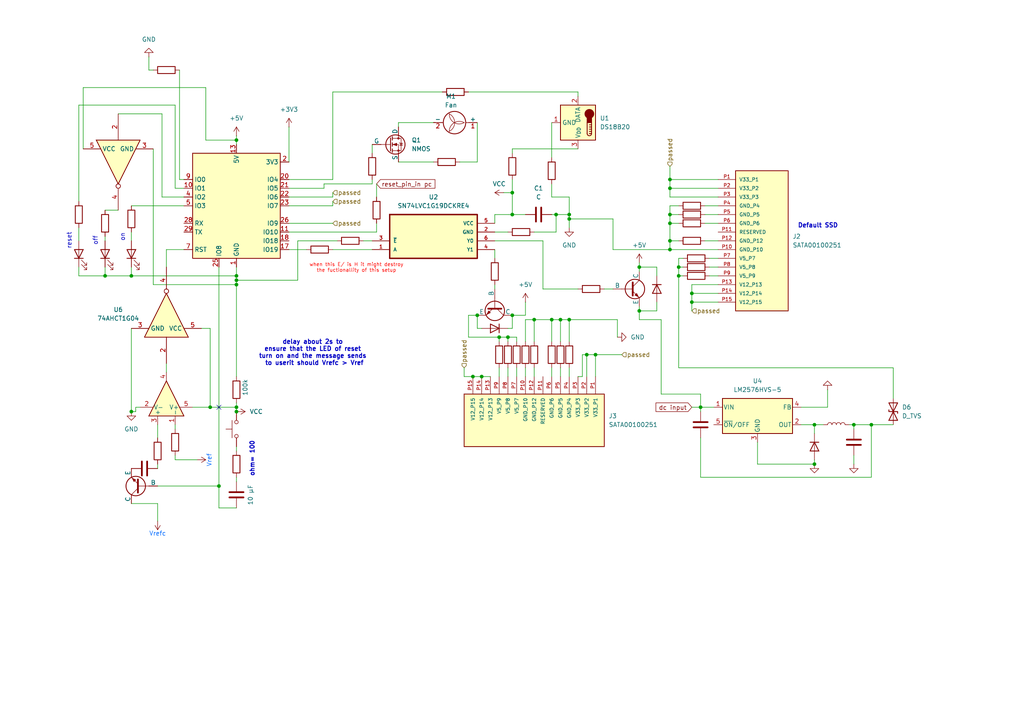
<source format=kicad_sch>
(kicad_sch (version 20250114) (generator "eeschema") (generator_version "9.0")
  (paper "A4")
  (lib_symbols
    (symbol "74xGxx:74AHCT1G04"
      (property "Reference" "U" (at -2.54 3.81 0))
      (property "Value" "74AHCT1G04" (at 0 -3.81 0))
      (symbol "74AHCT1G04_0_1"
        (polyline (pts (xy -7.62 6.35) (xy -7.62 -6.35) (xy 5.08 0) (xy -7.62 6.35)) (stroke (width 0.254)) (fill (type background)))
      )
      (symbol "74AHCT1G04_1_1"
        (pin input line (at -15.24 0 0) (length 7.62) (name "~") (number "2"))
        (pin power_in line (at -5.08 10.16 270) (length 5.08) (name "VCC") (number "5"))
        (pin power_in line (at -5.08 -10.16 90) (length 5.08) (name "GND") (number "3"))
        (pin output inverted (at 12.7 0 180) (length 7.62) (name "~") (number "4"))
      )
    )
    (symbol "Comparator:LM397" (pin_names (offset 0.127))
      (symbol "LM397_0_1"
        (polyline (pts (xy -5.08 5.08) (xy 5.08 0) (xy -5.08 -5.08) (xy -5.08 5.08)) (stroke (width 0.254)) (fill (type background)))
      )
      (symbol "LM397_1_1"
        (pin input line (at -7.62 2.54 0) (length 2.54) (name "+") (number "3"))
        (pin input line (at -7.62 -2.54 0) (length 2.54) (name "-") (number "1"))
        (pin power_in line (at -2.54 7.62 270) (length 3.81) (name "V-") (number "2"))
        (pin power_in line (at -2.54 -7.62 90) (length 3.81) (name "V+") (number "5"))
        (pin open_collector line (at 7.62 0 180) (length 2.54) (name "~") (number "4"))
      )
    )
    (symbol "DS18B20_1"
      (property "Reference" "U5" (at -6.35 -1.2701 0))
      (property "Value" "DS18B20" (at -6.35 1.2699 0))
      (symbol "DS18B20_1_0_1"
        (rectangle (start -5.08 5.08) (end 5.08 -5.08) (stroke (width 0.254)) (fill (type background)))
        (polyline (pts (xy -3.937 3.175) (xy -3.937 0)) (stroke (width 0.254)))
        (polyline (pts (xy -3.937 3.175) (xy -3.302 3.175)) (stroke (width 0.254)))
        (polyline (pts (xy -3.937 2.54) (xy -3.302 2.54)) (stroke (width 0.254)))
        (polyline (pts (xy -3.937 1.905) (xy -3.302 1.905)) (stroke (width 0.254)))
        (polyline (pts (xy -3.937 1.27) (xy -3.302 1.27)) (stroke (width 0.254)))
        (polyline (pts (xy -3.937 0.635) (xy -3.302 0.635)) (stroke (width 0.254)))
        (arc (start -3.937 3.175) (mid -3.302 3.8073) (end -2.667 3.175) (stroke (width 0.254)))
        (circle (center -3.302 -2.54) (radius 1.27) (stroke (width 0.254)) (fill (type outline)))
        (polyline (pts (xy -2.667 3.175) (xy -2.667 0)) (stroke (width 0.254)))
        (rectangle (start -2.667 -1.905) (end -3.937 0) (stroke (width 0.254)) (fill (type outline)))
      )
      (symbol "DS18B20_1_1_1"
        (pin power_in line (at 0 7.62 270) (length 2.54) (name "V_{DD}") (number "3"))
        (pin bidirectional line (at 0 -7.62 90) (length 2.54) (name "DATA") (number "2"))
        (pin power_in line (at 7.62 0 180) (length 2.54) (name "GND") (number "1"))
      )
    )
    (symbol "Device:C" (pin_numbers (hide yes)) (pin_names (offset 0.254))
      (property "Reference" "C" (at 0.635 2.54 0))
      (property "Value" "C" (at 0.635 -2.54 0))
      (symbol "C_0_1"
        (polyline (pts (xy -2.032 0.762) (xy 2.032 0.762)) (stroke (width 0.508)))
        (polyline (pts (xy -2.032 -0.762) (xy 2.032 -0.762)) (stroke (width 0.508)))
      )
      (symbol "C_1_1"
        (pin passive line (at 0 3.81 270) (length 2.794) (name "~") (number "1"))
        (pin passive line (at 0 -3.81 90) (length 2.794) (name "~") (number "2"))
      )
    )
    (symbol "Device:D" (pin_numbers (hide yes)) (pin_names (offset 1.016) (hide yes))
      (property "Reference" "D" (at 0 2.54 0))
      (property "Value" "D" (at 0 -2.54 0))
      (symbol "D_0_1"
        (polyline (pts (xy -1.27 1.27) (xy -1.27 -1.27)) (stroke (width 0.254)))
        (polyline (pts (xy 1.27 1.27) (xy 1.27 -1.27) (xy -1.27 0) (xy 1.27 1.27)) (stroke (width 0.254)))
        (polyline (pts (xy 1.27 0) (xy -1.27 0)))
      )
      (symbol "D_1_1"
        (pin passive line (at -3.81 0 0) (length 2.54) (name "K") (number "1"))
        (pin passive line (at 3.81 0 180) (length 2.54) (name "A") (number "2"))
      )
    )
    (symbol "Device:D_TVS" (pin_numbers (hide yes)) (pin_names (offset 1.016) (hide yes))
      (property "Reference" "D" (at 0 2.54 0))
      (property "Value" "D_TVS" (at 0 -2.54 0))
      (symbol "D_TVS_0_1"
        (polyline (pts (xy -2.54 1.27) (xy -2.54 -1.27) (xy 2.54 1.27) (xy 2.54 -1.27) (xy -2.54 1.27)) (stroke (width 0.254)))
        (polyline (pts (xy 0.508 1.27) (xy 0 1.27) (xy 0 -1.27) (xy -0.508 -1.27)) (stroke (width 0.254)))
        (polyline (pts (xy 1.27 0) (xy -1.27 0)))
      )
      (symbol "D_TVS_1_1"
        (pin passive line (at -3.81 0 0) (length 2.54) (name "A1") (number "1"))
        (pin passive line (at 3.81 0 180) (length 2.54) (name "A2") (number "2"))
      )
    )
    (symbol "Device:L" (pin_numbers (hide yes)) (pin_names (offset 1.016) (hide yes))
      (property "Reference" "L" (at -1.27 0 90))
      (property "Value" "L" (at 1.905 0 90))
      (symbol "L_0_1"
        (arc (start 0 2.54) (mid 0.6323 1.905) (end 0 1.27))
        (arc (start 0 1.27) (mid 0.6323 0.635) (end 0 0))
        (arc (start 0 0) (mid 0.6323 -0.635) (end 0 -1.27))
        (arc (start 0 -1.27) (mid 0.6323 -1.905) (end 0 -2.54))
      )
      (symbol "L_1_1"
        (pin passive line (at 0 3.81 270) (length 1.27) (name "1") (number "1"))
        (pin passive line (at 0 -3.81 90) (length 1.27) (name "2") (number "2"))
      )
    )
    (symbol "Device:LED" (pin_numbers (hide yes)) (pin_names (offset 1.016) (hide yes))
      (property "Reference" "D" (at 0 2.54 0))
      (property "Value" "LED" (at 0 -2.54 0))
      (symbol "LED_0_1"
        (polyline (pts (xy -3.048 -0.762) (xy -4.572 -2.286) (xy -3.81 -2.286) (xy -4.572 -2.286) (xy -4.572 -1.524)))
        (polyline (pts (xy -1.778 -0.762) (xy -3.302 -2.286) (xy -2.54 -2.286) (xy -3.302 -2.286) (xy -3.302 -1.524)))
        (polyline (pts (xy -1.27 0) (xy 1.27 0)))
        (polyline (pts (xy -1.27 -1.27) (xy -1.27 1.27)) (stroke (width 0.254)))
        (polyline (pts (xy 1.27 -1.27) (xy 1.27 1.27) (xy -1.27 0) (xy 1.27 -1.27)) (stroke (width 0.254)))
      )
      (symbol "LED_1_1"
        (pin passive line (at -3.81 0 0) (length 2.54) (name "K") (number "1"))
        (pin passive line (at 3.81 0 180) (length 2.54) (name "A") (number "2"))
      )
    )
    (symbol "Device:R" (pin_numbers (hide yes)) (pin_names (offset 0))
      (property "Reference" "R" (at 2.032 0 90))
      (property "Value" "R" (at 0 0 90))
      (symbol "R_0_1"
        (rectangle (start -1.016 -2.54) (end 1.016 2.54) (stroke (width 0.254)))
      )
      (symbol "R_1_1"
        (pin passive line (at 0 3.81 270) (length 1.27) (name "~") (number "1"))
        (pin passive line (at 0 -3.81 90) (length 1.27) (name "~") (number "2"))
      )
    )
    (symbol "Diode:1N4148WT" (pin_numbers (hide yes)) (pin_names (hide yes))
      (property "Reference" "D" (at 0 2.54 0))
      (property "Value" "1N4148WT" (at 0 -2.54 0))
      (symbol "1N4148WT_0_1"
        (polyline (pts (xy -1.27 1.27) (xy -1.27 -1.27)) (stroke (width 0.254)))
        (polyline (pts (xy 1.27 1.27) (xy 1.27 -1.27) (xy -1.27 0) (xy 1.27 1.27)) (stroke (width 0.254)))
        (polyline (pts (xy 1.27 0) (xy -1.27 0)))
      )
      (symbol "1N4148WT_1_1"
        (pin passive line (at -3.81 0 0) (length 2.54) (name "K") (number "1"))
        (pin passive line (at 3.81 0 180) (length 2.54) (name "A") (number "2"))
      )
    )
    (symbol "Motor:Fan" (pin_names (offset 0))
      (property "Reference" "M" (at 2.54 5.08 0))
      (property "Value" "Fan" (at 2.54 -2.54 0))
      (symbol "Fan_0_1"
        (arc (start 0 3.81) (mid -0.0015 0.9048) (end -2.54 -0.508))
        (polyline (pts (xy 0 4.572) (xy 0 5.08)))
        (polyline (pts (xy 0 4.2672) (xy 0 4.6228)))
        (circle (center 0 1.016) (radius 3.2512) (stroke (width 0.254)))
        (arc (start -2.54 -0.508) (mid 0 1.0618) (end 2.54 -0.508))
        (polyline (pts (xy 0 -2.2352) (xy 0 -2.6416)))
        (polyline (pts (xy 0 -5.08) (xy 0 -4.572)))
        (arc (start 2.54 -0.508) (mid 0.047 0.9315) (end 0 3.81))
      )
      (symbol "Fan_1_1"
        (pin passive line (at 0 7.62 270) (length 2.54) (name "+") (number "1"))
        (pin passive line (at 0 -5.08 90) (length 2.54) (name "-") (number "2"))
      )
    )
    (symbol "RF_Module:ESP32-C3-DevKitM-1"
      (symbol "ESP32-C3-DevKitM-1_1_1"
        (rectangle (start -12.7 15.24) (end 12.7 -15.24) (stroke (width 0.254)) (fill (type background)))
        (pin bidirectional line (at -15.24 7.62 0) (length 2.54) (name "IO0") (number "9"))
        (pin bidirectional line (at -15.24 5.08 0) (length 2.54) (name "IO1") (number "10"))
        (pin bidirectional line (at -15.24 2.54 0) (length 2.54) (name "IO2") (number "4"))
        (pin bidirectional line (at -15.24 0 0) (length 2.54) (name "IO3") (number "5"))
        (pin input line (at -15.24 -5.08 0) (length 2.54) (name "RX") (number "28"))
        (pin output line (at -15.24 -7.62 0) (length 2.54) (name "TX") (number "29"))
        (pin input line (at -15.24 -12.7 0) (length 2.54) (name "RST") (number "7"))
        (pin bidirectional line (at -5.08 -17.78 90) (length 2.54) (name "IO8") (number "25"))
        (pin passive line (at 0 17.78 270) (length 2.54) (name "5V") (number "13"))
        (pin passive line (at 0 17.78 270) (length 2.54) (hide yes) (name "5V") (number "14"))
        (pin power_in line (at 0 -17.78 90) (length 2.54) (name "GND") (number "1"))
        (pin passive line (at 0 -17.78 90) (length 2.54) (hide yes) (name "GND") (number "12"))
        (pin passive line (at 0 -17.78 90) (length 2.54) (hide yes) (name "GND") (number "15"))
        (pin passive line (at 0 -17.78 90) (length 2.54) (hide yes) (name "GND") (number "16"))
        (pin passive line (at 0 -17.78 90) (length 2.54) (hide yes) (name "GND") (number "19"))
        (pin passive line (at 0 -17.78 90) (length 2.54) (hide yes) (name "GND") (number "24"))
        (pin passive line (at 0 -17.78 90) (length 2.54) (hide yes) (name "GND") (number "27"))
        (pin passive line (at 0 -17.78 90) (length 2.54) (hide yes) (name "GND") (number "30"))
        (pin passive line (at 0 -17.78 90) (length 2.54) (hide yes) (name "GND") (number "6"))
        (pin passive line (at 0 -17.78 90) (length 2.54) (hide yes) (name "GND") (number "8"))
        (pin power_out line (at 15.24 12.7 180) (length 2.54) (name "3V3") (number "2"))
        (pin passive line (at 15.24 12.7 180) (length 2.54) (hide yes) (name "3V3") (number "3"))
        (pin bidirectional line (at 15.24 7.62 180) (length 2.54) (name "IO4") (number "20"))
        (pin bidirectional line (at 15.24 5.08 180) (length 2.54) (name "IO5") (number "21"))
        (pin bidirectional line (at 15.24 2.54 180) (length 2.54) (name "IO6") (number "22"))
        (pin bidirectional line (at 15.24 0 180) (length 2.54) (name "IO7") (number "23"))
        (pin bidirectional line (at 15.24 -5.08 180) (length 2.54) (name "IO9") (number "26"))
        (pin bidirectional line (at 15.24 -7.62 180) (length 2.54) (name "IO10") (number "11"))
        (pin bidirectional line (at 15.24 -10.16 180) (length 2.54) (name "IO18") (number "18"))
        (pin bidirectional line (at 15.24 -12.7 180) (length 2.54) (name "IO19") (number "17"))
      )
    )
    (symbol "Regulator_Switching:LM2576HVS-5" (pin_names (offset 0.254))
      (property "Reference" "U" (at -10.16 6.35 0))
      (property "Value" "LM2576HVS-5" (at 0 6.35 0))
      (symbol "LM2576HVS-5_0_1"
        (rectangle (start -10.16 5.08) (end 10.16 -5.08) (stroke (width 0.254)) (fill (type background)))
      )
      (symbol "LM2576HVS-5_1_1"
        (pin power_in line (at -12.7 2.54 0) (length 2.54) (name "VIN") (number "1"))
        (pin input line (at -12.7 -2.54 0) (length 2.54) (name "~{ON}/OFF") (number "5"))
        (pin power_in line (at 0 -7.62 90) (length 2.54) (name "GND") (number "3"))
        (pin input line (at 12.7 2.54 180) (length 2.54) (name "FB") (number "4"))
        (pin output line (at 12.7 -2.54 180) (length 2.54) (name "OUT") (number "2"))
      )
    )
    (symbol "SATA00100251_1" (pin_names (offset 1.016))
      (property "Reference" "J1" (at 8.89 1.2701 0))
      (property "Value" "SATA00100251" (at 8.89 -1.2699 0))
      (symbol "SATA00100251_1_0_0"
        (rectangle (start -7.62 10.16) (end 7.62 -30.48) (stroke (width 0.254)) (fill (type background)))
        (pin power_in line (at -12.7 7.62 0) (length 5.08) (name "V33_P1") (number "P1"))
        (pin power_in line (at -12.7 5.08 0) (length 5.08) (name "V33_P2") (number "P2"))
        (pin power_in line (at -12.7 2.54 0) (length 5.08) (name "V33_P3") (number "P3"))
        (pin power_in line (at -12.7 0 0) (length 5.08) (name "GND_P4") (number "P4"))
        (pin power_in line (at -12.7 -2.54 0) (length 5.08) (name "GND_P5") (number "P5"))
        (pin power_in line (at -12.7 -5.08 0) (length 5.08) (name "GND_P6") (number "P6"))
        (pin passive line (at -12.7 -7.62 0) (length 5.08) (name "RESERVED") (number "P11"))
        (pin power_in line (at -12.7 -10.16 0) (length 5.08) (name "GND_P12") (number "P12"))
        (pin power_in line (at -12.7 -12.7 0) (length 5.08) (name "GND_P10") (number "P10"))
        (pin power_in line (at -12.7 -15.24 0) (length 5.08) (name "V5_P7") (number "P7"))
        (pin power_in line (at -12.7 -17.78 0) (length 5.08) (name "V5_P8") (number "P8"))
        (pin power_in line (at -12.7 -20.32 0) (length 5.08) (name "V5_P9") (number "P9"))
        (pin power_in line (at -12.7 -22.86 0) (length 5.08) (name "V12_P13") (number "P13"))
        (pin power_in line (at -12.7 -25.4 0) (length 5.08) (name "V12_P14") (number "P14"))
        (pin power_in line (at -12.7 -27.94 0) (length 5.08) (name "V12_P15") (number "P15"))
      )
    )
    (symbol "SN74LVC1G19DCKRE4_1" (pin_names (offset 1.016))
      (property "Reference" "U1" (at 0 15.24 0))
      (property "Value" "SN74LVC1G19DCKRE4" (at 0 12.7 0))
      (symbol "SN74LVC1G19DCKRE4_1_0_0"
        (rectangle (start -12.7 10.16) (end 12.7 -2.54) (stroke (width 0.41)) (fill (type background)))
        (pin input line (at -17.78 2.54 0) (length 5.08) (name "~{E}") (number "3"))
        (pin input line (at -17.78 0 0) (length 5.08) (name "A") (number "1"))
        (pin power_in line (at 17.78 7.62 180) (length 5.08) (name "VCC") (number "5"))
        (pin power_in line (at 17.78 5.08 180) (length 5.08) (name "GND") (number "2"))
        (pin output line (at 17.78 2.54 180) (length 5.08) (name "Y0") (number "6"))
        (pin output line (at 17.78 0 180) (length 5.08) (name "Y1") (number "4"))
      )
    )
    (symbol "Simulation_SPICE:NMOS" (pin_numbers (hide yes)) (pin_names (offset 0))
      (property "Reference" "Q" (at 5.08 1.27 0))
      (property "Value" "NMOS" (at 5.08 -1.27 0))
      (symbol "NMOS_0_1"
        (polyline (pts (xy 0.254 1.905) (xy 0.254 -1.905)) (stroke (width 0.254)))
        (polyline (pts (xy 0.254 0) (xy -2.54 0)))
        (polyline (pts (xy 0.762 2.286) (xy 0.762 1.27)) (stroke (width 0.254)))
        (polyline (pts (xy 0.762 0.508) (xy 0.762 -0.508)) (stroke (width 0.254)))
        (polyline (pts (xy 0.762 -1.27) (xy 0.762 -2.286)) (stroke (width 0.254)))
        (polyline (pts (xy 0.762 -1.778) (xy 3.302 -1.778) (xy 3.302 1.778) (xy 0.762 1.778)))
        (polyline (pts (xy 1.016 0) (xy 2.032 0.381) (xy 2.032 -0.381) (xy 1.016 0)) (fill (type outline)))
        (circle (center 1.651 0) (radius 2.794) (stroke (width 0.254)))
        (polyline (pts (xy 2.54 2.54) (xy 2.54 1.778)))
        (circle (center 2.54 1.778) (radius 0.254) (fill (type outline)))
        (circle (center 2.54 -1.778) (radius 0.254) (fill (type outline)))
        (polyline (pts (xy 2.54 -2.54) (xy 2.54 0) (xy 0.762 0)))
        (polyline (pts (xy 2.794 0.508) (xy 2.921 0.381) (xy 3.683 0.381) (xy 3.81 0.254)))
        (polyline (pts (xy 3.302 0.381) (xy 2.921 -0.254) (xy 3.683 -0.254) (xy 3.302 0.381)))
      )
      (symbol "NMOS_1_1"
        (pin input line (at -5.08 0 0) (length 2.54) (name "G") (number "2"))
        (pin passive line (at 2.54 5.08 270) (length 2.54) (name "D") (number "1"))
        (pin passive line (at 2.54 -5.08 90) (length 2.54) (name "S") (number "3"))
      )
    )
    (symbol "Simulation_SPICE:NPN" (pin_numbers (hide yes)) (pin_names (offset 0))
      (property "Reference" "Q" (at -2.54 7.62 0))
      (property "Value" "NPN" (at -2.54 5.08 0))
      (symbol "NPN_0_1"
        (polyline (pts (xy -2.54 0) (xy 0.635 0)) (stroke (width 0.1524)))
        (polyline (pts (xy 0.635 1.905) (xy 0.635 -1.905) (xy 0.635 -1.905)) (stroke (width 0.508)))
        (polyline (pts (xy 0.635 0.635) (xy 2.54 2.54)))
        (polyline (pts (xy 0.635 -0.635) (xy 2.54 -2.54) (xy 2.54 -2.54)))
        (circle (center 1.27 0) (radius 2.8194) (stroke (width 0.254)))
        (polyline (pts (xy 1.27 -1.778) (xy 1.778 -1.27) (xy 2.286 -2.286) (xy 1.27 -1.778) (xy 1.27 -1.778)) (fill (type outline)))
        (polyline (pts (xy 2.794 -1.27) (xy 2.794 -1.27)) (stroke (width 0.1524)))
        (polyline (pts (xy 2.794 -1.27) (xy 2.794 -1.27)) (stroke (width 0.1524)))
      )
      (symbol "NPN_1_1"
        (pin input line (at -5.08 0 0) (length 2.54) (name "B") (number "2"))
        (pin open_collector line (at 2.54 5.08 270) (length 2.54) (name "C") (number "1"))
        (pin open_emitter line (at 2.54 -5.08 90) (length 2.54) (name "E") (number "3"))
      )
    )
    (symbol "Switch:SW_Push" (pin_numbers (hide yes)) (pin_names (offset 1.016) (hide yes))
      (property "Reference" "SW" (at 1.27 2.54 0))
      (property "Value" "SW_Push" (at 0 -1.524 0))
      (symbol "SW_Push_0_1"
        (circle (center -2.032 0) (radius 0.508))
        (polyline (pts (xy 0 1.27) (xy 0 3.048)))
        (circle (center 2.032 0) (radius 0.508))
        (polyline (pts (xy 2.54 1.27) (xy -2.54 1.27)))
        (pin passive line (at -5.08 0 0) (length 2.54) (name "1") (number "1"))
        (pin passive line (at 5.08 0 180) (length 2.54) (name "2") (number "2"))
      )
    )
    (symbol "VCC_1" (power) (pin_numbers (hide yes)) (pin_names (offset 0) (hide yes))
      (symbol "VCC_1_0_1"
        (polyline (pts (xy -0.762 1.27) (xy 0 2.54)))
        (polyline (pts (xy 0 2.54) (xy 0.762 1.27)))
        (polyline (pts (xy 0 0) (xy 0 2.54)))
      )
      (symbol "VCC_1_1_1"
        (text "Vref" (at 0 3.556 0) (effects (font (size 1.27 1.27))))
        (pin power_in line (at 0 0 90) (length 0) (name "~") (number "1"))
      )
    )
    (symbol "VCC_2" (power) (pin_numbers (hide yes)) (pin_names (offset 0) (hide yes))
      (symbol "VCC_2_0_1"
        (polyline (pts (xy -0.762 1.27) (xy 0 2.54)))
        (polyline (pts (xy 0 2.54) (xy 0.762 1.27)))
        (polyline (pts (xy 0 0) (xy 0 2.54)))
      )
      (symbol "VCC_2_1_1"
        (text "Vrefc\n" (at 0 3.556 0) (effects (font (size 1.27 1.27))))
        (pin power_in line (at 0 0 90) (length 0) (name "~") (number "1"))
      )
    )
    (symbol "power:+3V3" (power) (pin_numbers (hide yes)) (pin_names (offset 0) (hide yes))
      (property "Value" "+3V3" (at 0 3.556 0))
      (symbol "+3V3_0_1"
        (polyline (pts (xy -0.762 1.27) (xy 0 2.54)))
        (polyline (pts (xy 0 2.54) (xy 0.762 1.27)))
        (polyline (pts (xy 0 0) (xy 0 2.54)))
      )
      (symbol "+3V3_1_1"
        (pin power_in line (at 0 0 90) (length 0) (name "~") (number "1"))
      )
    )
    (symbol "power:+5V" (power) (pin_numbers (hide yes)) (pin_names (offset 0) (hide yes))
      (property "Value" "+5V" (at 0 3.556 0))
      (symbol "+5V_0_1"
        (polyline (pts (xy -0.762 1.27) (xy 0 2.54)))
        (polyline (pts (xy 0 2.54) (xy 0.762 1.27)))
        (polyline (pts (xy 0 0) (xy 0 2.54)))
      )
      (symbol "+5V_1_1"
        (pin power_in line (at 0 0 90) (length 0) (name "~") (number "1"))
      )
    )
    (symbol "power:GND" (power) (pin_numbers (hide yes)) (pin_names (offset 0) (hide yes))
      (property "Value" "GND" (at 0 -3.81 0))
      (symbol "GND_0_1"
        (polyline (pts (xy 0 0) (xy 0 -1.27) (xy 1.27 -1.27) (xy 0 -2.54) (xy -1.27 -1.27) (xy 0 -1.27)))
      )
      (symbol "GND_1_1"
        (pin power_in line (at 0 0 270) (length 0) (name "~") (number "1"))
      )
    )
    (symbol "power:VCC" (power) (pin_numbers (hide yes)) (pin_names (offset 0) (hide yes))
      (property "Value" "VCC" (at 0 3.556 0))
      (symbol "VCC_0_1"
        (polyline (pts (xy -0.762 1.27) (xy 0 2.54)))
        (polyline (pts (xy 0 2.54) (xy 0.762 1.27)))
        (polyline (pts (xy 0 0) (xy 0 2.54)))
      )
      (symbol "VCC_1_1"
        (pin power_in line (at 0 0 90) (length 0) (name "~") (number "1"))
      )
    )
  )
  (text "off\n" (at 27.686 69.85 90) (effects (font (size 1.27 1.27))))
  (text "delay about 2s to \nensure that the LED of reset \nturn on and the message sends \nto userit should Vrefc > Vref\n" (at 91.186 102.362 0) (effects (font (size 1.27 1.27) (thickness 0.254) (bold yes))))
  (text "ohm= 100" (at 73.152 133.096 90) (effects (font (size 1.27 1.27) (thickness 0.254) (bold yes))))
  (text "on" (at 35.56 68.834 90) (effects (font (size 1.27 1.27))))
  (text "Default SSD" (at 237.236 65.532 0) (effects (font (size 1.27 1.27) (thickness 0.254) (bold yes))))
  (text "when this E/ is H it might destroy\nthe fuctionallity of this setup" (at 103.378 77.724 0) (effects (font (size 1.016 1.016) (thickness 0.127))))
  (text "reset" (at 20.066 69.85 90) (effects (font (size 1.27 1.27))))
  (junction (at 30.48 80.01))
  (junction (at 144.78 97.79))
  (junction (at 165.1 62.23))
  (junction (at 236.22 123.19))
  (junction (at 68.58 40.64))
  (junction (at 200.66 85.09))
  (junction (at 185.42 77.47))
  (junction (at 162.56 92.71))
  (junction (at 196.85 77.47))
  (junction (at 252.73 123.19))
  (junction (at 148.59 91.44))
  (junction (at 236.22 134.62))
  (junction (at 38.1 119.38))
  (junction (at 194.31 72.39))
  (junction (at 60.96 118.11))
  (junction (at 196.85 80.01))
  (junction (at 138.43 91.44))
  (junction (at 137.16 109.22))
  (junction (at 194.31 64.77))
  (junction (at 160.02 92.71))
  (junction (at 170.18 102.87))
  (junction (at 200.66 87.63))
  (junction (at 247.65 123.19))
  (junction (at 148.59 62.23))
  (junction (at 194.31 62.23))
  (junction (at 68.58 82.55))
  (junction (at 148.59 55.88))
  (junction (at 154.94 92.71))
  (junction (at 185.42 90.17))
  (junction (at 38.1 80.01))
  (junction (at 68.58 118.11))
  (junction (at 172.72 102.87))
  (junction (at 68.58 119.38))
  (junction (at 68.58 80.01))
  (junction (at 194.31 52.07))
  (junction (at 165.1 92.71))
  (junction (at 194.31 54.61))
  (junction (at 147.32 97.79))
  (junction (at 161.29 62.23))
  (junction (at 203.2 118.11))
  (junction (at 194.31 69.85))
  (junction (at 139.7 109.22))
  (junction (at 63.5 140.97))
  (junction (at 165.1 63.5))
  (junction (at 68.58 81.28))
  (no_connect (at 63.5 118.11))
  (wire (pts (xy 45.72 127) (xy 45.72 123.19)))
  (wire (pts (xy 109.22 53.34) (xy 109.22 57.15)))
  (wire (pts (xy 154.94 67.31) (xy 161.29 67.31)))
  (wire (pts (xy 148.59 43.18) (xy 148.59 44.45)))
  (wire (pts (xy 105.41 69.85) (xy 107.95 69.85)))
  (wire (pts (xy 157.48 69.85) (xy 157.48 83.82)))
  (wire (pts (xy 63.5 140.97) (xy 63.5 147.32)))
  (wire (pts (xy 194.31 59.69) (xy 194.31 62.23)))
  (wire (pts (xy 194.31 59.69) (xy 196.85 59.69)))
  (wire (pts (xy 148.59 91.44) (xy 152.4 91.44)))
  (wire (pts (xy 46.99 33.02) (xy 34.29 33.02)))
  (wire (pts (xy 143.51 67.31) (xy 147.32 67.31)))
  (wire (pts (xy 185.42 90.17) (xy 185.42 88.9)))
  (wire (pts (xy 168.91 109.22) (xy 168.91 102.87)))
  (wire (pts (xy 147.32 106.68) (xy 147.32 109.22)))
  (wire (pts (xy 134.62 109.22) (xy 134.62 106.68)))
  (wire (pts (xy 48.26 72.39) (xy 48.26 77.47)))
  (wire (pts (xy 144.78 97.79) (xy 147.32 97.79)))
  (wire (pts (xy 165.1 62.23) (xy 165.1 63.5)))
  (wire (pts (xy 191.77 92.71) (xy 191.77 114.3)))
  (wire (pts (xy 194.31 64.77) (xy 196.85 64.77)))
  (wire (pts (xy 190.5 87.63) (xy 190.5 90.17)))
  (wire (pts (xy 38.1 80.01) (xy 68.58 80.01)))
  (wire (pts (xy 38.1 69.85) (xy 38.1 67.31)))
  (wire (pts (xy 59.69 25.4) (xy 59.69 40.64)))
  (wire (pts (xy 55.88 118.11) (xy 60.96 118.11)))
  (wire (pts (xy 205.74 74.93) (xy 208.28 74.93)))
  (wire (pts (xy 208.28 82.55) (xy 200.66 82.55)))
  (wire (pts (xy 194.31 72.39) (xy 177.8 72.39)))
  (wire (pts (xy 147.32 97.79) (xy 147.32 99.06)))
  (wire (pts (xy 38.1 119.38) (xy 39.37 119.38)))
  (wire (pts (xy 93.98 53.34) (xy 107.95 53.34)))
  (wire (pts (xy 194.31 72.39) (xy 208.28 72.39)))
  (wire (pts (xy 68.58 147.32) (xy 63.5 147.32)))
  (wire (pts (xy 149.86 106.68) (xy 149.86 109.22)))
  (wire (pts (xy 68.58 81.28) (xy 68.58 80.01)))
  (wire (pts (xy 68.58 39.37) (xy 68.58 40.64)))
  (wire (pts (xy 147.32 95.25) (xy 148.59 95.25)))
  (wire (pts (xy 68.58 118.11) (xy 68.58 119.38)))
  (wire (pts (xy 144.78 97.79) (xy 144.78 99.06)))
  (wire (pts (xy 63.5 77.47) (xy 63.5 140.97)))
  (wire (pts (xy 162.56 92.71) (xy 165.1 92.71)))
  (wire (pts (xy 44.45 43.18) (xy 44.45 82.55)))
  (wire (pts (xy 148.59 62.23) (xy 152.4 62.23)))
  (wire (pts (xy 135.89 91.44) (xy 135.89 97.79)))
  (wire (pts (xy 152.4 92.71) (xy 154.94 92.71)))
  (wire (pts (xy 196.85 80.01) (xy 198.12 80.01)))
  (wire (pts (xy 22.86 77.47) (xy 22.86 80.01)))
  (wire (pts (xy 179.07 92.71) (xy 179.07 97.79)))
  (wire (pts (xy 203.2 114.3) (xy 203.2 118.11)))
  (wire (pts (xy 185.42 92.71) (xy 191.77 92.71)))
  (wire (pts (xy 139.7 109.22) (xy 137.16 109.22)))
  (wire (pts (xy 50.8 30.48) (xy 22.86 30.48)))
  (wire (pts (xy 252.73 123.19) (xy 259.08 123.19)))
  (wire (pts (xy 45.72 140.97) (xy 63.5 140.97)))
  (wire (pts (xy 96.52 26.67) (xy 96.52 52.07)))
  (wire (pts (xy 160.02 99.06) (xy 160.02 92.71)))
  (wire (pts (xy 38.1 77.47) (xy 38.1 80.01)))
  (wire (pts (xy 30.48 68.58) (xy 30.48 69.85)))
  (wire (pts (xy 38.1 146.05) (xy 45.72 146.05)))
  (wire (pts (xy 207.01 118.11) (xy 203.2 118.11)))
  (wire (pts (xy 115.57 46.99) (xy 125.73 46.99)))
  (wire (pts (xy 142.24 109.22) (xy 139.7 109.22)))
  (wire (pts (xy 135.89 97.79) (xy 144.78 97.79)))
  (wire (pts (xy 165.1 106.68) (xy 165.1 109.22)))
  (wire (pts (xy 93.98 54.61) (xy 93.98 53.34)))
  (wire (pts (xy 107.95 53.34) (xy 107.95 52.07)))
  (wire (pts (xy 50.8 133.35) (xy 50.8 132.08)))
  (wire (pts (xy 247.65 123.19) (xy 246.38 123.19)))
  (wire (pts (xy 50.8 133.35) (xy 57.15 133.35)))
  (wire (pts (xy 68.58 139.7) (xy 68.58 138.43)))
  (wire (pts (xy 83.82 54.61) (xy 93.98 54.61)))
  (wire (pts (xy 160.02 57.15) (xy 165.1 57.15)))
  (wire (pts (xy 240.03 113.03) (xy 240.03 118.11)))
  (wire (pts (xy 200.66 87.63) (xy 200.66 90.17)))
  (wire (pts (xy 109.22 67.31) (xy 109.22 64.77)))
  (wire (pts (xy 236.22 123.19) (xy 238.76 123.19)))
  (wire (pts (xy 200.66 82.55) (xy 200.66 85.09)))
  (wire (pts (xy 96.52 59.69) (xy 96.52 58.42)))
  (wire (pts (xy 96.52 57.15) (xy 96.52 55.88)))
  (wire (pts (xy 185.42 92.71) (xy 185.42 90.17)))
  (wire (pts (xy 137.16 109.22) (xy 134.62 109.22)))
  (wire (pts (xy 52.07 52.07) (xy 53.34 52.07)))
  (wire (pts (xy 144.78 106.68) (xy 144.78 109.22)))
  (wire (pts (xy 60.96 95.25) (xy 60.96 118.11)))
  (wire (pts (xy 194.31 54.61) (xy 194.31 52.07)))
  (wire (pts (xy 196.85 77.47) (xy 196.85 80.01)))
  (wire (pts (xy 196.85 74.93) (xy 198.12 74.93)))
  (wire (pts (xy 167.64 43.18) (xy 148.59 43.18)))
  (wire (pts (xy 162.56 106.68) (xy 162.56 109.22)))
  (wire (pts (xy 194.31 57.15) (xy 194.31 54.61)))
  (wire (pts (xy 152.4 106.68) (xy 152.4 109.22)))
  (wire (pts (xy 203.2 118.11) (xy 203.2 119.38)))
  (wire (pts (xy 172.72 109.22) (xy 172.72 102.87)))
  (wire (pts (xy 185.42 76.2) (xy 185.42 77.47)))
  (wire (pts (xy 190.5 80.01) (xy 190.5 77.47)))
  (wire (pts (xy 167.64 109.22) (xy 168.91 109.22)))
  (wire (pts (xy 161.29 62.23) (xy 161.29 67.31)))
  (wire (pts (xy 68.58 40.64) (xy 68.58 41.91)))
  (wire (pts (xy 194.31 52.07) (xy 208.28 52.07)))
  (wire (pts (xy 185.42 90.17) (xy 190.5 90.17)))
  (wire (pts (xy 38.1 59.69) (xy 53.34 59.69)))
  (wire (pts (xy 46.99 57.15) (xy 46.99 33.02)))
  (wire (pts (xy 168.91 102.87) (xy 170.18 102.87)))
  (wire (pts (xy 22.86 80.01) (xy 30.48 80.01)))
  (wire (pts (xy 175.26 83.82) (xy 177.8 83.82)))
  (wire (pts (xy 43.18 20.32) (xy 43.18 16.51)))
  (wire (pts (xy 194.31 62.23) (xy 196.85 62.23)))
  (wire (pts (xy 22.86 30.48) (xy 22.86 58.42)))
  (wire (pts (xy 177.8 72.39) (xy 177.8 63.5)))
  (wire (pts (xy 53.34 54.61) (xy 50.8 54.61)))
  (wire (pts (xy 97.79 69.85) (xy 86.36 69.85)))
  (wire (pts (xy 240.03 118.11) (xy 232.41 118.11)))
  (wire (pts (xy 68.58 81.28) (xy 86.36 81.28)))
  (wire (pts (xy 147.32 97.79) (xy 149.86 97.79)))
  (wire (pts (xy 160.02 35.56) (xy 160.02 45.72)))
  (wire (pts (xy 53.34 57.15) (xy 46.99 57.15)))
  (wire (pts (xy 200.66 85.09) (xy 208.28 85.09)))
  (wire (pts (xy 194.31 72.39) (xy 194.31 69.85)))
  (wire (pts (xy 236.22 125.73) (xy 236.22 123.19)))
  (wire (pts (xy 50.8 124.46) (xy 50.8 123.19)))
  (wire (pts (xy 191.77 114.3) (xy 203.2 114.3)))
  (wire (pts (xy 148.59 95.25) (xy 148.59 91.44)))
  (wire (pts (xy 205.74 80.01) (xy 208.28 80.01)))
  (wire (pts (xy 165.1 99.06) (xy 165.1 92.71)))
  (wire (pts (xy 162.56 99.06) (xy 162.56 92.71)))
  (wire (pts (xy 83.82 64.77) (xy 96.52 64.77)))
  (wire (pts (xy 38.1 95.25) (xy 38.1 119.38)))
  (wire (pts (xy 83.82 52.07) (xy 96.52 52.07)))
  (wire (pts (xy 172.72 102.87) (xy 180.34 102.87)))
  (wire (pts (xy 154.94 92.71) (xy 160.02 92.71)))
  (wire (pts (xy 138.43 95.25) (xy 138.43 91.44)))
  (wire (pts (xy 160.02 62.23) (xy 161.29 62.23)))
  (wire (pts (xy 107.95 44.45) (xy 107.95 41.91)))
  (wire (pts (xy 232.41 123.19) (xy 236.22 123.19)))
  (wire (pts (xy 52.07 20.32) (xy 52.07 52.07)))
  (wire (pts (xy 68.58 80.01) (xy 68.58 77.47)))
  (wire (pts (xy 196.85 77.47) (xy 198.12 77.47)))
  (wire (pts (xy 204.47 69.85) (xy 208.28 69.85)))
  (wire (pts (xy 152.4 99.06) (xy 152.4 92.71)))
  (wire (pts (xy 128.27 26.67) (xy 96.52 26.67)))
  (wire (pts (xy 160.02 53.34) (xy 160.02 57.15)))
  (wire (pts (xy 83.82 67.31) (xy 109.22 67.31)))
  (wire (pts (xy 185.42 77.47) (xy 185.42 78.74)))
  (wire (pts (xy 86.36 69.85) (xy 86.36 81.28)))
  (wire (pts (xy 205.74 77.47) (xy 208.28 77.47)))
  (wire (pts (xy 204.47 59.69) (xy 208.28 59.69)))
  (wire (pts (xy 167.64 26.67) (xy 135.89 26.67)))
  (wire (pts (xy 177.8 63.5) (xy 165.1 63.5)))
  (wire (pts (xy 259.08 106.68) (xy 259.08 115.57)))
  (wire (pts (xy 22.86 66.04) (xy 22.86 69.85)))
  (wire (pts (xy 161.29 62.23) (xy 165.1 62.23)))
  (wire (pts (xy 200.66 87.63) (xy 208.28 87.63)))
  (wire (pts (xy 45.72 135.89) (xy 45.72 134.62)))
  (wire (pts (xy 143.51 62.23) (xy 148.59 62.23)))
  (wire (pts (xy 30.48 80.01) (xy 38.1 80.01)))
  (wire (pts (xy 58.42 95.25) (xy 60.96 95.25)))
  (wire (pts (xy 96.52 72.39) (xy 107.95 72.39)))
  (wire (pts (xy 68.58 81.28) (xy 68.58 82.55)))
  (wire (pts (xy 146.05 55.88) (xy 148.59 55.88)))
  (wire (pts (xy 252.73 138.43) (xy 252.73 123.19)))
  (wire (pts (xy 139.7 95.25) (xy 138.43 95.25)))
  (wire (pts (xy 165.1 92.71) (xy 179.07 92.71)))
  (wire (pts (xy 143.51 72.39) (xy 143.51 74.93)))
  (wire (pts (xy 157.48 69.85) (xy 143.51 69.85)))
  (wire (pts (xy 148.59 55.88) (xy 148.59 62.23)))
  (wire (pts (xy 149.86 97.79) (xy 149.86 99.06)))
  (wire (pts (xy 219.71 128.27) (xy 219.71 134.62)))
  (wire (pts (xy 24.13 25.4) (xy 59.69 25.4)))
  (wire (pts (xy 83.82 57.15) (xy 96.52 57.15)))
  (wire (pts (xy 60.96 118.11) (xy 68.58 118.11)))
  (wire (pts (xy 203.2 127) (xy 203.2 138.43)))
  (wire (pts (xy 194.31 64.77) (xy 194.31 69.85)))
  (wire (pts (xy 194.31 52.07) (xy 194.31 48.26)))
  (wire (pts (xy 34.29 60.96) (xy 30.48 60.96)))
  (wire (pts (xy 160.02 92.71) (xy 162.56 92.71)))
  (wire (pts (xy 83.82 72.39) (xy 88.9 72.39)))
  (wire (pts (xy 219.71 134.62) (xy 236.22 134.62)))
  (wire (pts (xy 160.02 106.68) (xy 160.02 109.22)))
  (wire (pts (xy 143.51 82.55) (xy 143.51 83.82)))
  (wire (pts (xy 203.2 138.43) (xy 252.73 138.43)))
  (wire (pts (xy 196.85 106.68) (xy 259.08 106.68)))
  (wire (pts (xy 196.85 80.01) (xy 196.85 106.68)))
  (wire (pts (xy 247.65 134.62) (xy 247.65 132.08)))
  (wire (pts (xy 135.89 91.44) (xy 138.43 91.44)))
  (wire (pts (xy 185.42 77.47) (xy 190.5 77.47)))
  (wire (pts (xy 39.37 118.11) (xy 40.64 118.11)))
  (wire (pts (xy 68.58 130.81) (xy 68.58 129.54)))
  (wire (pts (xy 204.47 62.23) (xy 208.28 62.23)))
  (wire (pts (xy 143.51 64.77) (xy 143.51 62.23)))
  (wire (pts (xy 59.69 40.64) (xy 68.58 40.64)))
  (wire (pts (xy 48.26 72.39) (xy 53.34 72.39)))
  (wire (pts (xy 194.31 62.23) (xy 194.31 64.77)))
  (wire (pts (xy 43.18 20.32) (xy 44.45 20.32)))
  (wire (pts (xy 30.48 77.47) (xy 30.48 80.01)))
  (wire (pts (xy 68.58 116.84) (xy 68.58 118.11)))
  (wire (pts (xy 45.72 146.05) (xy 45.72 151.13)))
  (wire (pts (xy 50.8 54.61) (xy 50.8 30.48)))
  (wire (pts (xy 247.65 124.46) (xy 247.65 123.19)))
  (wire (pts (xy 154.94 106.68) (xy 154.94 109.22)))
  (wire (pts (xy 39.37 119.38) (xy 39.37 118.11)))
  (wire (pts (xy 170.18 109.22) (xy 170.18 102.87)))
  (wire (pts (xy 115.57 35.56) (xy 115.57 36.83)))
  (wire (pts (xy 236.22 134.62) (xy 236.22 133.35)))
  (wire (pts (xy 167.64 26.67) (xy 167.64 27.94)))
  (wire (pts (xy 208.28 57.15) (xy 194.31 57.15)))
  (wire (pts (xy 200.66 118.11) (xy 203.2 118.11)))
  (wire (pts (xy 194.31 54.61) (xy 208.28 54.61)))
  (wire (pts (xy 68.58 82.55) (xy 68.58 109.22)))
  (wire (pts (xy 157.48 83.82) (xy 167.64 83.82)))
  (wire (pts (xy 165.1 63.5) (xy 165.1 66.04)))
  (wire (pts (xy 44.45 82.55) (xy 68.58 82.55)))
  (wire (pts (xy 83.82 46.99) (xy 83.82 36.83)))
  (wire (pts (xy 170.18 102.87) (xy 172.72 102.87)))
  (wire (pts (xy 148.59 52.07) (xy 148.59 55.88)))
  (wire (pts (xy 247.65 123.19) (xy 252.73 123.19)))
  (wire (pts (xy 152.4 91.44) (xy 152.4 87.63)))
  (wire (pts (xy 133.35 46.99) (xy 138.43 46.99)))
  (wire (pts (xy 165.1 57.15) (xy 165.1 62.23)))
  (wire (pts (xy 24.13 43.18) (xy 24.13 25.4)))
  (wire (pts (xy 196.85 74.93) (xy 196.85 77.47)))
  (wire (pts (xy 204.47 64.77) (xy 208.28 64.77)))
  (wire (pts (xy 154.94 99.06) (xy 154.94 92.71)))
  (wire (pts (xy 83.82 59.69) (xy 96.52 59.69)))
  (wire (pts (xy 48.26 105.41) (xy 48.26 107.95)))
  (wire (pts (xy 200.66 87.63) (xy 200.66 85.09)))
  (wire (pts (xy 194.31 69.85) (xy 196.85 69.85)))
  (wire (pts (xy 138.43 46.99) (xy 138.43 35.56)))
  (wire (pts (xy 125.73 35.56) (xy 115.57 35.56)))
  (global_label "dc input" (shape input) (at 200.66 118.11 180) (property "Intersheetrefs" "${INTERSHEET_REFS}" (effects (hide yes))))
  (global_label "reset_pin_in pc" (shape input) (at 109.22 53.34 0) (property "Intersheetrefs" "${INTERSHEET_REFS}" (effects (hide yes))))
  (hierarchical_label "passed" (shape input) (at 134.62 106.68 90))
  (hierarchical_label "passed" (shape input) (at 96.52 64.77 0))
  (hierarchical_label "passed" (shape input) (at 96.52 58.42 0))
  (hierarchical_label "passed" (shape input) (at 200.66 90.17 0))
  (hierarchical_label "passed" (shape input) (at 96.52 55.88 0))
  (hierarchical_label "passed" (shape input) (at 194.31 48.26 90))
  (hierarchical_label "passed" (shape input) (at 180.34 102.87 0))
  (symbol (lib_id "power:GND") (at 247.65 134.62 0) (unit 1)
    (property "Reference" "#PWR010" (effects (hide yes)))
    (property "Value" "GND" (effects (hide yes)))
    (property "Description" "Power symbol creates a global label with name \"GND\" , ground" (effects (hide yes)))
  )
  (symbol (lib_name "SATA00100251_1") (lib_id "SATA00100251:SATA00100251") (at 165.1 121.92 270) (unit 1)
    (property "Reference" "J3" (at 176.53 120.6499 90) (effects (justify left)))
    (property "Value" "SATA00100251" (at 176.53 123.1899 90) (effects (justify left)))
    (property "MAXIMUM_PACKAGE_HEIGHT" "3.69 mm" (effects (hide yes)))
    (property "Package" "None" (effects (hide yes)))
    (property "Price" "None" (effects (hide yes)))
    (property "PARTREV" "1" (effects (hide yes)))
    (property "SNAPEDA_PN" "SATA00100251" (effects (hide yes)))
    (property "Availability" "In Stock" (effects (hide yes)))
    (property "MANUFACTURER" "Amphenol" (effects (hide yes)))
  )
  (symbol (lib_id "Device:R") (at 148.59 48.26 0) (unit 1)
    (property "Reference" "R27" (effects (hide yes)))
    (property "Value" "R" (effects (hide yes)))
    (property "Description" "Resistor" (effects (hide yes)))
  )
  (symbol (lib_id "Device:LED") (at 30.48 73.66 90) (unit 1)
    (property "Reference" "D2" (effects (hide yes)))
    (property "Value" "LED" (effects (hide yes)))
    (property "Description" "Light emitting diode" (effects (hide yes)))
    (property "Sim.Pins" "1=K 2=A" (effects (hide yes)))
  )
  (symbol (lib_id "Device:R") (at 165.1 102.87 0) (unit 1)
    (property "Reference" "R13" (effects (hide yes)))
    (property "Value" "R" (effects (hide yes)))
    (property "Description" "Resistor" (effects (hide yes)))
  )
  (symbol (lib_id "Device:R") (at 200.66 64.77 90) (unit 1)
    (property "Reference" "R5" (effects (hide yes)))
    (property "Value" "R" (effects (hide yes)))
    (property "Description" "Resistor" (effects (hide yes)))
  )
  (symbol (lib_id "Device:R") (at 129.54 46.99 90) (unit 1)
    (property "Reference" "R30" (effects (hide yes)))
    (property "Value" "R" (effects (hide yes)))
    (property "Description" "Resistor" (effects (hide yes)))
  )
  (symbol (lib_id "Device:R") (at 50.8 128.27 180) (unit 1)
    (property "Reference" "R33" (effects (hide yes)))
    (property "Value" "R" (effects (hide yes)))
    (property "Description" "Resistor" (effects (hide yes)))
  )
  (symbol (lib_name "SN74LVC1G19DCKRE4_1") (lib_id "SN74LVC1G19DCKRE4:SN74LVC1G19DCKRE4") (at 125.73 72.39 0) (unit 1)
    (property "Reference" "U2" (at 125.73 57.15 0))
    (property "Value" "SN74LVC1G19DCKRE4" (at 125.73 59.69 0))
    (property "Footprint" "SN74LVC1G19DCKRE4:SOT65P210X110-6N" (effects (hide yes)))
    (property "MF" "Texas Instruments" (effects (hide yes)))
    (property "Description_1" "1-of-2 Decoder/Demultiplexer 6-SC70 -40 to 85" (effects (hide yes)))
    (property "Package" "SOT-SC70-6 Texas Instruments" (effects (hide yes)))
    (property "Price" "None" (effects (hide yes)))
    (property "SnapEDA_Link" "https://www.snapeda.com/parts/SN74LVC1G19DCKRE4/Texas+Instruments/view-part/?ref=snap" (effects (hide yes)))
    (property "MP" "SN74LVC1G19DCKRE4" (effects (hide yes)))
    (property "Availability" "In Stock" (effects (hide yes)))
    (property "Check_prices" "https://www.snapeda.com/parts/SN74LVC1G19DCKRE4/Texas+Instruments/view-part/?ref=eda" (effects (hide yes)))
  )
  (symbol (lib_id "Device:R") (at 200.66 69.85 90) (unit 1)
    (property "Reference" "R12" (effects (hide yes)))
    (property "Value" "R" (effects (hide yes)))
    (property "Description" "Resistor" (effects (hide yes)))
  )
  (symbol (lib_id "Device:R") (at 201.93 80.01 90) (unit 1)
    (property "Reference" "R10" (effects (hide yes)))
    (property "Value" "R" (effects (hide yes)))
    (property "Description" "Resistor" (effects (hide yes)))
  )
  (symbol (lib_id "Device:R") (at 154.94 102.87 180) (unit 1)
    (property "Reference" "R16" (effects (hide yes)))
    (property "Value" "R" (effects (hide yes)))
    (property "Description" "Resistor" (effects (hide yes)))
  )
  (symbol (lib_id "Device:R") (at 200.66 59.69 90) (unit 1)
    (property "Reference" "R7" (effects (hide yes)))
    (property "Value" "R" (effects (hide yes)))
    (property "Description" "Resistor" (effects (hide yes)))
  )
  (symbol (lib_id "Device:R") (at 201.93 77.47 90) (unit 1)
    (property "Reference" "R9" (effects (hide yes)))
    (property "Value" "R" (effects (hide yes)))
    (property "Description" "Resistor" (effects (hide yes)))
  )
  (symbol (lib_id "Device:D") (at 236.22 129.54 270) (unit 1)
    (property "Reference" "D7" (effects (hide yes)))
    (property "Value" "D" (effects (hide yes)))
    (property "Description" "Diode" (effects (hide yes)))
    (property "Sim.Device" "D" (effects (hide yes)))
    (property "Sim.Pins" "1=K 2=A" (effects (hide yes)))
  )
  (symbol (lib_id "Device:R") (at 109.22 60.96 180) (unit 1)
    (property "Reference" "R11" (effects (hide yes)))
    (property "Value" "R" (effects (hide yes)))
    (property "Description" "Resistor" (effects (hide yes)))
  )
  (symbol (lib_id "Comparator:LM397") (at 48.26 115.57 90) (unit 1)
    (property "Reference" "U5" (effects (hide yes)))
    (property "Value" "LM397" (effects (hide yes)))
    (property "Footprint" "Package_TO_SOT_SMD:SOT-23-5" (effects (hide yes)))
    (property "Datasheet" "http://www.ti.com/lit/ds/symlink/lm397.pdf" (effects (hide yes)))
    (property "Description" "Single General-Purpose Voltage Comparator with Open-Collector Output, SOT-23-5" (effects (hide yes)))
  )
  (symbol (lib_id "power:VCC") (at 146.05 55.88 90) (unit 1)
    (property "Reference" "#PWR01" (effects (hide yes)))
    (property "Value" "VCC" (at 144.78 53.34 90))
    (property "Description" "Power symbol creates a global label with name \"VCC\"" (effects (hide yes)))
  )
  (symbol (lib_id "power:GND") (at 236.22 134.62 0) (unit 1)
    (property "Reference" "#PWR011" (effects (hide yes)))
    (property "Value" "GND" (effects (hide yes)))
    (property "Description" "Power symbol creates a global label with name \"GND\" , ground" (effects (hide yes)))
  )
  (symbol (lib_id "Regulator_Switching:LM2576HVS-5") (at 219.71 120.65 0) (unit 1)
    (property "Reference" "U4" (at 219.71 110.49 0))
    (property "Value" "LM2576HVS-5" (at 219.71 113.03 0))
    (property "Footprint" "Package_TO_SOT_SMD:TO-263-5_TabPin3" (effects (hide yes)))
    (property "Datasheet" "http://www.ti.com/lit/ds/symlink/lm2576.pdf" (effects (hide yes)))
    (property "Description" "5V 3A, SIMPLE SWITCHER® Step-Down Voltage Regulator, High Voltage Input, TO-263" (effects (hide yes)))
  )
  (symbol (lib_id "power:GND") (at 43.18 16.51 180) (unit 1)
    (property "Reference" "#PWR012" (effects (hide yes)))
    (property "Value" "GND" (at 43.18 11.43 0))
    (property "Description" "Power symbol creates a global label with name \"GND\" , ground" (effects (hide yes)))
  )
  (symbol (lib_id "74xGxx:74AHCT1G04") (at 34.29 48.26 90) (mirror x) (unit 1)
    (property "Reference" "U7" (effects (hide yes)))
    (property "Value" "74AHCT1G04" (effects (hide yes)))
    (property "Datasheet" "http://www.ti.com/lit/sg/scyt129e/scyt129e.pdf" (effects (hide yes)))
    (property "Description" "Single NOT Gate, Low-Voltage CMOS" (effects (hide yes)))
  )
  (symbol (lib_id "power:GND") (at 240.03 113.03 180) (unit 1)
    (property "Reference" "#PWR09" (effects (hide yes)))
    (property "Value" "GND" (effects (hide yes)))
    (property "Description" "Power symbol creates a global label with name \"GND\" , ground" (effects (hide yes)))
  )
  (symbol (lib_id "power:+5V") (at 68.58 39.37 0) (unit 1)
    (property "Reference" "#PWR04" (effects (hide yes)))
    (property "Value" "+5V" (at 68.58 34.29 0))
    (property "Description" "Power symbol creates a global label with name \"+5V\"" (effects (hide yes)))
  )
  (symbol (lib_id "Simulation_SPICE:NPN") (at 182.88 83.82 0) (unit 1)
    (property "Reference" "Q3" (effects (hide yes)))
    (property "Value" "NPN" (effects (hide yes)))
    (property "Datasheet" "https://ngspice.sourceforge.io/docs/ngspice-html-manual/manual.xhtml#cha_BJTs" (effects (hide yes)))
    (property "Description" "Bipolar transistor symbol for simulation only, substrate tied to the emitter" (effects (hide yes)))
    (property "Sim.Device" "NPN" (effects (hide yes)))
    (property "Sim.Type" "GUMMELPOON" (effects (hide yes)))
    (property "Sim.Pins" "1=C 2=B 3=E" (effects (hide yes)))
  )
  (symbol (lib_id "power:+5V") (at 185.42 76.2 0) (unit 1)
    (property "Reference" "#PWR05" (effects (hide yes)))
    (property "Value" "+5V" (at 185.42 71.12 0))
    (property "Description" "Power symbol creates a global label with name \"+5V\"" (effects (hide yes)))
  )
  (symbol (lib_id "Device:R") (at 143.51 78.74 180) (unit 1)
    (property "Reference" "R18" (effects (hide yes)))
    (property "Value" "R" (effects (hide yes)))
    (property "Description" "Resistor" (effects (hide yes)))
  )
  (symbol (lib_id "Device:R") (at 162.56 102.87 180) (unit 1)
    (property "Reference" "R14" (effects (hide yes)))
    (property "Value" "R" (effects (hide yes)))
    (property "Description" "Resistor" (effects (hide yes)))
  )
  (symbol (lib_id "Device:LED") (at 22.86 73.66 90) (unit 1)
    (property "Reference" "D1" (effects (hide yes)))
    (property "Value" "LED" (effects (hide yes)))
    (property "Description" "Light emitting diode" (effects (hide yes)))
    (property "Sim.Pins" "1=K 2=A" (effects (hide yes)))
  )
  (symbol (lib_id "Device:R") (at 68.58 113.03 0) (unit 1)
    (property "Reference" "R34" (effects (hide yes)))
    (property "Value" "100k" (at 71.12 114.808 90) (effects (justify left)))
    (property "Description" "Resistor" (effects (hide yes)))
  )
  (symbol (lib_name "SATA00100251_1") (lib_id "SATA00100251:SATA00100251") (at 220.98 59.69 0) (unit 1)
    (property "Reference" "J2" (at 229.87 68.5799 0) (effects (justify left)))
    (property "Value" "SATA00100251" (at 229.87 71.1199 0) (effects (justify left)))
    (property "MAXIMUM_PACKAGE_HEIGHT" "3.69 mm" (effects (hide yes)))
    (property "Package" "None" (effects (hide yes)))
    (property "Price" "None" (effects (hide yes)))
    (property "PARTREV" "1" (effects (hide yes)))
    (property "SNAPEDA_PN" "SATA00100251" (effects (hide yes)))
    (property "Availability" "In Stock" (effects (hide yes)))
    (property "MANUFACTURER" "Amphenol" (effects (hide yes)))
  )
  (symbol (lib_name "VCC_1") (lib_id "power:VCC") (at 57.15 133.35 270) (unit 1)
    (property "Reference" "#PWR013" (effects (hide yes)))
    (property "Description" "Power symbol creates a global label with name \"VCC\"" (effects (hide yes)))
  )
  (symbol (lib_id "Device:R") (at 132.08 26.67 90) (unit 1)
    (property "Reference" "R28" (effects (hide yes)))
    (property "Value" "R" (effects (hide yes)))
    (property "Description" "Resistor" (effects (hide yes)))
  )
  (symbol (lib_id "Device:R") (at 92.71 72.39 90) (unit 1)
    (property "Reference" "R3" (effects (hide yes)))
    (property "Value" "R" (effects (hide yes)))
    (property "Description" "Resistor" (effects (hide yes)))
  )
  (symbol (lib_id "Device:R") (at 101.6 69.85 90) (unit 1)
    (property "Reference" "R2" (effects (hide yes)))
    (property "Value" "R" (effects (hide yes)))
    (property "Description" "Resistor" (effects (hide yes)))
  )
  (symbol (lib_id "Device:R") (at 147.32 102.87 180) (unit 1)
    (property "Reference" "R20" (effects (hide yes)))
    (property "Value" "R" (effects (hide yes)))
    (property "Description" "Resistor" (effects (hide yes)))
  )
  (symbol (lib_id "Device:R") (at 45.72 130.81 180) (unit 1)
    (property "Reference" "R32" (effects (hide yes)))
    (property "Value" "R" (effects (hide yes)))
    (property "Description" "Resistor" (effects (hide yes)))
  )
  (symbol (lib_id "Device:R") (at 152.4 102.87 180) (unit 1)
    (property "Reference" "R17" (effects (hide yes)))
    (property "Value" "R" (effects (hide yes)))
    (property "Description" "Resistor" (effects (hide yes)))
  )
  (symbol (lib_id "Device:R") (at 151.13 67.31 90) (unit 1)
    (property "Reference" "R4" (effects (hide yes)))
    (property "Value" "R" (effects (hide yes)))
    (property "Description" "Resistor" (effects (hide yes)))
  )
  (symbol (lib_id "Device:R") (at 171.45 83.82 90) (unit 1)
    (property "Reference" "R1" (effects (hide yes)))
    (property "Value" "R" (effects (hide yes)))
    (property "Description" "Resistor" (effects (hide yes)))
  )
  (symbol (lib_id "Device:L") (at 242.57 123.19 90) (unit 1)
    (property "Reference" "L1" (effects (hide yes)))
    (property "Value" "L" (effects (hide yes)))
    (property "Description" "Inductor" (effects (hide yes)))
  )
  (symbol (lib_name "DS18B20_1") (lib_id "Sensor_Temperature:DS18B20") (at 167.64 35.56 180) (unit 1)
    (property "Reference" "U1" (at 173.99 34.2899 0) (effects (justify right)))
    (property "Value" "DS18B20" (at 173.99 36.8299 0) (effects (justify right)))
    (property "Footprint" "Package_TO_SOT_THT:TO-92_Inline" (effects (hide yes)))
    (property "Datasheet" "http://datasheets.maximintegrated.com/en/ds/DS18B20.pdf" (effects (hide yes)))
    (property "Description" "Programmable Resolution 1-Wire Digital Thermometer TO-92" (effects (hide yes)))
  )
  (symbol (lib_id "Simulation_SPICE:NPN") (at 40.64 140.97 180) (unit 1)
    (property "Reference" "Q2" (effects (hide yes)))
    (property "Value" "NPN" (effects (hide yes)))
    (property "Datasheet" "https://ngspice.sourceforge.io/docs/ngspice-html-manual/manual.xhtml#cha_BJTs" (effects (hide yes)))
    (property "Description" "Bipolar transistor symbol for simulation only, substrate tied to the emitter" (effects (hide yes)))
    (property "Sim.Device" "NPN" (effects (hide yes)))
    (property "Sim.Type" "GUMMELPOON" (effects (hide yes)))
    (property "Sim.Pins" "1=C 2=B 3=E" (effects (hide yes)))
  )
  (symbol (lib_id "Device:R") (at 144.78 102.87 180) (unit 1)
    (property "Reference" "R21" (effects (hide yes)))
    (property "Value" "R" (effects (hide yes)))
    (property "Description" "Resistor" (effects (hide yes)))
  )
  (symbol (lib_id "74xGxx:74AHCT1G04") (at 48.26 90.17 270) (mirror x) (unit 1)
    (property "Reference" "U6" (at 34.29 89.8046 90))
    (property "Value" "74AHCT1G04" (at 34.29 92.3446 90))
    (property "Datasheet" "http://www.ti.com/lit/sg/scyt129e/scyt129e.pdf" (effects (hide yes)))
    (property "Description" "Single NOT Gate, Low-Voltage CMOS" (effects (hide yes)))
  )
  (symbol (lib_id "RF_Module:ESP32-C3-DevKitM-1") (at 68.58 59.69 0) (unit 1)
    (property "Reference" "U3" (effects (hide yes)))
    (property "Value" "ESP32-C3-DevKitM-1" (effects (hide yes)))
    (property "Footprint" "RF_Module:ESP32-C3-DevKitM-1" (effects (hide yes)))
    (property "Datasheet" "https://docs.espressif.com/projects/esp-idf/en/latest/esp32c3/hw-reference/esp32c3/user-guide-devkitm-1.html" (effects (hide yes)))
    (property "Description" "Development board featuring ESP32-C3-MINI-1 module" (effects (hide yes)))
  )
  (symbol (lib_id "Device:R") (at 160.02 49.53 0) (unit 1)
    (property "Reference" "R26" (effects (hide yes)))
    (property "Value" "R" (effects (hide yes)))
    (property "Description" "Resistor" (effects (hide yes)))
  )
  (symbol (lib_id "Diode:1N4148WT") (at 143.51 95.25 180) (unit 1)
    (property "Reference" "D5" (effects (hide yes)))
    (property "Value" "1N4148WT" (effects (hide yes)))
    (property "Footprint" "Diode_SMD:D_SOD-523" (effects (hide yes)))
    (property "Datasheet" "https://www.diodes.com/assets/Datasheets/ds30396.pdf" (effects (hide yes)))
    (property "Description" "75V 0.15A Fast switching Diode, SOD-523" (effects (hide yes)))
    (property "Sim.Device" "D" (effects (hide yes)))
    (property "Sim.Pins" "1=K 2=A" (effects (hide yes)))
  )
  (symbol (lib_id "power:GND") (at 179.07 97.79 90) (unit 1)
    (property "Reference" "#PWR06" (effects (hide yes)))
    (property "Value" "GND" (at 182.88 97.7899 90) (effects (justify right)))
    (property "Description" "Power symbol creates a global label with name \"GND\" , ground" (effects (hide yes)))
  )
  (symbol (lib_id "Device:R") (at 149.86 102.87 0) (unit 1)
    (property "Reference" "R19" (effects (hide yes)))
    (property "Value" "R" (effects (hide yes)))
    (property "Description" "Resistor" (effects (hide yes)))
  )
  (symbol (lib_id "Device:R") (at 22.86 62.23 180) (unit 1)
    (property "Reference" "R22" (effects (hide yes)))
    (property "Value" "R" (effects (hide yes)))
    (property "Description" "Resistor" (effects (hide yes)))
  )
  (symbol (lib_id "power:VCC") (at 68.58 119.38 270) (unit 1)
    (property "Reference" "#PWR08" (effects (hide yes)))
    (property "Value" "VCC" (at 72.39 119.3799 90) (effects (justify left)))
    (property "Description" "Power symbol creates a global label with name \"VCC\"" (effects (hide yes)))
  )
  (symbol (lib_id "Device:C") (at 247.65 128.27 0) (unit 1)
    (property "Reference" "C4" (effects (hide yes)))
    (property "Value" "C" (effects (hide yes)))
    (property "Description" "Unpolarized capacitor" (effects (hide yes)))
  )
  (symbol (lib_id "Device:R") (at 30.48 64.77 180) (unit 1)
    (property "Reference" "R23" (effects (hide yes)))
    (property "Value" "R" (effects (hide yes)))
    (property "Description" "Resistor" (effects (hide yes)))
  )
  (symbol (lib_id "Simulation_SPICE:NPN") (at 143.51 88.9 270) (unit 1)
    (property "Reference" "Q4" (effects (hide yes)))
    (property "Value" "NPN" (effects (hide yes)))
    (property "Datasheet" "https://ngspice.sourceforge.io/docs/ngspice-html-manual/manual.xhtml#cha_BJTs" (effects (hide yes)))
    (property "Description" "Bipolar transistor symbol for simulation only, substrate tied to the emitter" (effects (hide yes)))
    (property "Sim.Device" "NPN" (effects (hide yes)))
    (property "Sim.Type" "GUMMELPOON" (effects (hide yes)))
    (property "Sim.Pins" "1=C 2=B 3=E" (effects (hide yes)))
  )
  (symbol (lib_id "power:+3V3") (at 83.82 36.83 0) (unit 1)
    (property "Reference" "#PWR03" (effects (hide yes)))
    (property "Value" "+3V3" (at 83.82 31.75 0))
    (property "Description" "Power symbol creates a global label with name \"+3V3\"" (effects (hide yes)))
  )
  (symbol (lib_id "power:+5V") (at 152.4 87.63 0) (unit 1)
    (property "Reference" "#PWR07" (effects (hide yes)))
    (property "Value" "+5V" (at 152.4 82.55 0))
    (property "Description" "Power symbol creates a global label with name \"+5V\"" (effects (hide yes)))
  )
  (symbol (lib_id "Diode:1N4148WT") (at 190.5 83.82 270) (unit 1)
    (property "Reference" "D4" (effects (hide yes)))
    (property "Value" "1N4148WT" (effects (hide yes)))
    (property "Footprint" "Diode_SMD:D_SOD-523" (effects (hide yes)))
    (property "Datasheet" "https://www.diodes.com/assets/Datasheets/ds30396.pdf" (effects (hide yes)))
    (property "Description" "75V 0.15A Fast switching Diode, SOD-523" (effects (hide yes)))
    (property "Sim.Device" "D" (effects (hide yes)))
    (property "Sim.Pins" "1=K 2=A" (effects (hide yes)))
  )
  (symbol (lib_id "power:GND") (at 165.1 66.04 0) (unit 1)
    (property "Reference" "#PWR02" (effects (hide yes)))
    (property "Value" "GND" (at 165.1 71.12 0))
    (property "Description" "Power symbol creates a global label with name \"GND\" , ground" (effects (hide yes)))
  )
  (symbol (lib_id "Device:R") (at 107.95 48.26 180) (unit 1)
    (property "Reference" "R29" (effects (hide yes)))
    (property "Value" "R" (effects (hide yes)))
    (property "Description" "Resistor" (effects (hide yes)))
  )
  (symbol (lib_id "Device:D_TVS") (at 259.08 119.38 90) (unit 1)
    (property "Reference" "D6" (at 261.62 118.1099 90) (effects (justify right)))
    (property "Value" "D_TVS" (at 261.62 120.6499 90) (effects (justify right)))
    (property "Description" "Bidirectional transient-voltage-suppression diode" (effects (hide yes)))
  )
  (symbol (lib_id "Device:R") (at 68.58 134.62 0) (unit 1)
    (property "Reference" "R25" (effects (hide yes)))
    (property "Value" "R" (effects (hide yes)))
    (property "Description" "Resistor" (effects (hide yes)))
  )
  (symbol (lib_name "VCC_2") (lib_id "power:VCC") (at 45.72 151.13 180) (unit 1)
    (property "Reference" "#PWR015" (effects (hide yes)))
    (property "Description" "Power symbol creates a global label with name \"VCC\"" (effects (hide yes)))
  )
  (symbol (lib_id "Device:R") (at 160.02 102.87 180) (unit 1)
    (property "Reference" "R15" (effects (hide yes)))
    (property "Value" "R" (effects (hide yes)))
    (property "Description" "Resistor" (effects (hide yes)))
  )
  (symbol (lib_id "Device:LED") (at 38.1 73.66 90) (unit 1)
    (property "Reference" "D3" (effects (hide yes)))
    (property "Value" "LED" (effects (hide yes)))
    (property "Description" "Light emitting diode" (effects (hide yes)))
    (property "Sim.Pins" "1=K 2=A" (effects (hide yes)))
  )
  (symbol (lib_id "Device:R") (at 201.93 74.93 90) (unit 1)
    (property "Reference" "R8" (effects (hide yes)))
    (property "Value" "R" (effects (hide yes)))
    (property "Description" "Resistor" (effects (hide yes)))
  )
  (symbol (lib_id "Motor:Fan") (at 130.81 35.56 270) (unit 1)
    (property "Reference" "M1" (at 130.81 27.94 90))
    (property "Value" "Fan" (at 130.81 30.48 90))
    (property "Description" "Fan" (effects (hide yes)))
  )
  (symbol (lib_id "Device:R") (at 48.26 20.32 90) (unit 1)
    (property "Reference" "R31" (effects (hide yes)))
    (property "Value" "R" (effects (hide yes)))
    (property "Description" "Resistor" (effects (hide yes)))
  )
  (symbol (lib_id "Device:C") (at 41.91 135.89 270) (unit 1)
    (property "Reference" "C5" (effects (hide yes)))
    (property "Value" "C" (effects (hide yes)))
    (property "Description" "Unpolarized capacitor" (effects (hide yes)))
  )
  (symbol (lib_id "Switch:SW_Push") (at 68.58 124.46 90) (unit 1)
    (property "Reference" "SW1" (effects (hide yes)))
    (property "Value" "SW_Push" (effects (hide yes)))
    (property "Description" "Push button switch, generic, two pins" (effects (hide yes)))
  )
  (symbol (lib_id "Device:C") (at 156.21 62.23 270) (unit 1)
    (property "Reference" "C1" (at 156.21 54.61 90))
    (property "Value" "C" (at 156.21 57.15 90))
    (property "Description" "Unpolarized capacitor" (effects (hide yes)))
  )
  (symbol (lib_id "Device:C") (at 203.2 123.19 0) (unit 1)
    (property "Reference" "C3" (effects (hide yes)))
    (property "Value" "C" (effects (hide yes)))
    (property "Description" "Unpolarized capacitor" (effects (hide yes)))
  )
  (symbol (lib_id "Simulation_SPICE:NMOS") (at 113.03 41.91 0) (unit 1)
    (property "Reference" "Q1" (at 119.38 40.6399 0) (effects (justify left)))
    (property "Value" "NMOS" (at 119.38 43.1799 0) (effects (justify left)))
    (property "Datasheet" "https://ngspice.sourceforge.io/docs/ngspice-html-manual/manual.xhtml#cha_MOSFETs" (effects (hide yes)))
    (property "Description" "N-MOSFET transistor, drain/source/gate" (effects (hide yes)))
    (property "Sim.Device" "NMOS" (effects (hide yes)))
    (property "Sim.Type" "VDMOS" (effects (hide yes)))
    (property "Sim.Pins" "1=D 2=G 3=S" (effects (hide yes)))
  )
  (symbol (lib_id "Device:R") (at 200.66 62.23 90) (unit 1)
    (property "Reference" "R6" (effects (hide yes)))
    (property "Value" "R" (effects (hide yes)))
    (property "Description" "Resistor" (effects (hide yes)))
  )
  (symbol (lib_id "Device:C") (at 68.58 143.51 180) (unit 1)
    (property "Reference" "C2" (effects (hide yes)))
    (property "Value" "10 μF" (at 72.644 146.558 90) (effects (justify right)))
    (property "Description" "Unpolarized capacitor" (effects (hide yes)))
  )
  (symbol (lib_id "Device:R") (at 38.1 63.5 180) (unit 1)
    (property "Reference" "R24" (effects (hide yes)))
    (property "Value" "R" (effects (hide yes)))
    (property "Description" "Resistor" (effects (hide yes)))
  )
  (symbol (lib_id "power:GND") (at 38.1 119.38 0) (unit 1)
    (property "Reference" "#PWR014" (effects (hide yes)))
    (property "Value" "GND" (at 38.1 124.46 0))
    (property "Description" "Power symbol creates a global label with name \"GND\" , ground" (effects (hide yes)))
  )
)
</source>
